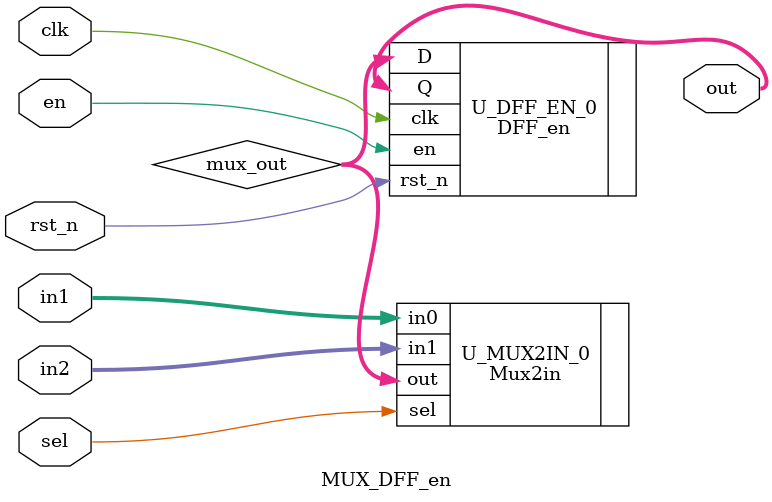
<source format=v>
module MUX_DFF_en #(parameter
data_width = 24
)(
	input [data_width-1: 0] in1,
	input [data_width-1: 0] in2,
	input sel,
	output  [data_width-1: 0] out,
	input clk, 
	input rst_n,
	input en
);

wire [data_width-1: 0] mux_out;
Mux2in #(
    .L_data                ( data_width                            ))
U_MUX2IN_0(
    .out                            ( mux_out                           ),
    .in0                            ( in1                           ),
    .in1                            ( in2                           ),
    .sel                            ( sel                           )
);

DFF_en #(
    .L_datain              ( data_width                           ))
U_DFF_EN_0(
    .Q                        (  out                      ),
    .D                        (   mux_out                     ),
    .clk                            ( clk                           ),
    .rst_n                          ( rst_n                         ),
    .en                             ( en                            )
);


endmodule

</source>
